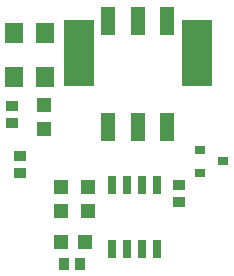
<source format=gbp>
G04*
G04 #@! TF.GenerationSoftware,Altium Limited,Altium Designer,25.8.1 (18)*
G04*
G04 Layer_Color=128*
%FSLAX44Y44*%
%MOMM*%
G71*
G04*
G04 #@! TF.SameCoordinates,25FCF4F7-ABCC-4757-B9A5-3A53D095655E*
G04*
G04*
G04 #@! TF.FilePolarity,Positive*
G04*
G01*
G75*
%ADD15R,0.9000X1.0000*%
%ADD16R,1.0000X0.9000*%
%ADD21R,1.2000X1.3000*%
%ADD27R,0.6500X1.5000*%
%ADD28R,1.5000X1.7500*%
%ADD29R,0.9000X0.8000*%
%ADD30R,1.2000X2.4000*%
%ADD31R,2.6000X5.6000*%
%ADD32R,1.3000X1.2000*%
D15*
X74001Y17999D02*
D03*
X60001D02*
D03*
D16*
X157500Y70500D02*
D03*
Y84500D02*
D03*
X23000Y95000D02*
D03*
Y109000D02*
D03*
X15866Y151297D02*
D03*
Y137297D02*
D03*
D21*
X57750Y36000D02*
D03*
X78250D02*
D03*
D27*
X100950Y84500D02*
D03*
X113650D02*
D03*
X126350D02*
D03*
X139050D02*
D03*
Y30500D02*
D03*
X126350D02*
D03*
X113650D02*
D03*
X100950D02*
D03*
D28*
X18116Y213048D02*
D03*
Y175548D02*
D03*
X43615Y213048D02*
D03*
Y175548D02*
D03*
D29*
X175000Y114000D02*
D03*
Y95000D02*
D03*
X195000Y104500D02*
D03*
D30*
X97530Y133480D02*
D03*
X122530D02*
D03*
X147530D02*
D03*
X97530Y223480D02*
D03*
X122530D02*
D03*
X147530D02*
D03*
D31*
X72530Y196480D02*
D03*
X172530D02*
D03*
D32*
X43366Y131548D02*
D03*
Y152048D02*
D03*
X80000Y62250D02*
D03*
Y82750D02*
D03*
X57500Y62250D02*
D03*
Y82750D02*
D03*
M02*

</source>
